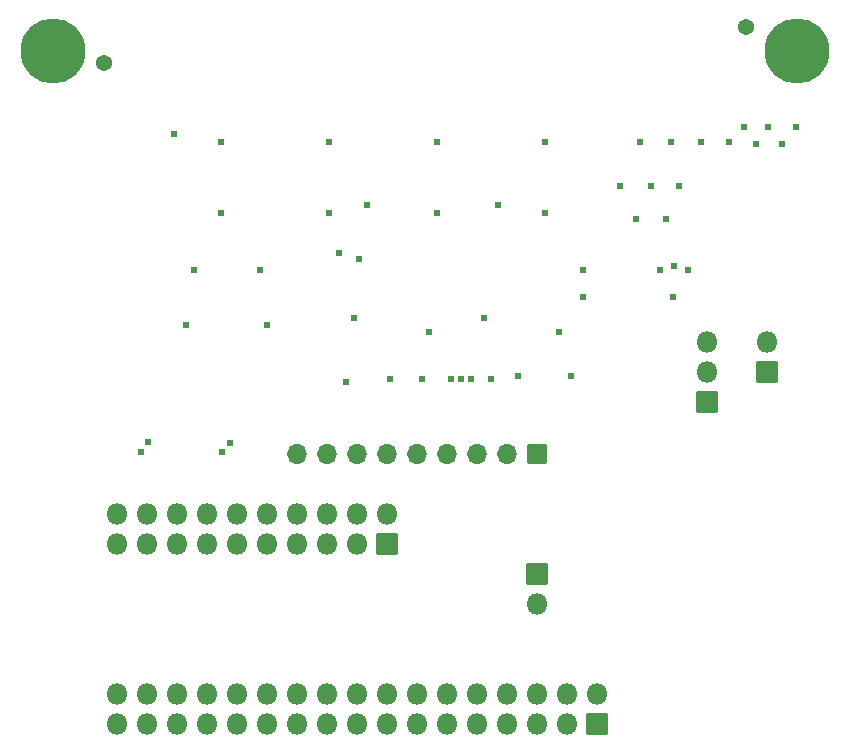
<source format=gbs>
%TF.GenerationSoftware,KiCad,Pcbnew,7.0.8*%
%TF.CreationDate,2024-07-21T17:29:17-05:00*%
%TF.ProjectId,esdi_fmc,65736469-5f66-46d6-932e-6b696361645f,rev?*%
%TF.SameCoordinates,Original*%
%TF.FileFunction,Soldermask,Bot*%
%TF.FilePolarity,Negative*%
%FSLAX46Y46*%
G04 Gerber Fmt 4.6, Leading zero omitted, Abs format (unit mm)*
G04 Created by KiCad (PCBNEW 7.0.8) date 2024-07-21 17:29:17*
%MOMM*%
%LPD*%
G01*
G04 APERTURE LIST*
G04 Aperture macros list*
%AMRoundRect*
0 Rectangle with rounded corners*
0 $1 Rounding radius*
0 $2 $3 $4 $5 $6 $7 $8 $9 X,Y pos of 4 corners*
0 Add a 4 corners polygon primitive as box body*
4,1,4,$2,$3,$4,$5,$6,$7,$8,$9,$2,$3,0*
0 Add four circle primitives for the rounded corners*
1,1,$1+$1,$2,$3*
1,1,$1+$1,$4,$5*
1,1,$1+$1,$6,$7*
1,1,$1+$1,$8,$9*
0 Add four rect primitives between the rounded corners*
20,1,$1+$1,$2,$3,$4,$5,0*
20,1,$1+$1,$4,$5,$6,$7,0*
20,1,$1+$1,$6,$7,$8,$9,0*
20,1,$1+$1,$8,$9,$2,$3,0*%
G04 Aperture macros list end*
%ADD10RoundRect,0.050800X0.850000X0.850000X-0.850000X0.850000X-0.850000X-0.850000X0.850000X-0.850000X0*%
%ADD11O,1.801600X1.801600*%
%ADD12RoundRect,0.050800X0.800000X0.800000X-0.800000X0.800000X-0.800000X-0.800000X0.800000X-0.800000X0*%
%ADD13O,1.701600X1.701600*%
%ADD14C,1.371600*%
%ADD15RoundRect,0.050800X0.850000X-0.850000X0.850000X0.850000X-0.850000X0.850000X-0.850000X-0.850000X0*%
%ADD16C,0.609600*%
%ADD17C,5.501600*%
G04 APERTURE END LIST*
D10*
%TO.C,JP1*%
X109220000Y-91440000D03*
D11*
X109220000Y-88900000D03*
X109220000Y-86360000D03*
%TD*%
D12*
%TO.C,RN1*%
X94834300Y-95895000D03*
D13*
X92294300Y-95895000D03*
X89754300Y-95895000D03*
X87214300Y-95895000D03*
X84674300Y-95895000D03*
X82134300Y-95895000D03*
X79594300Y-95895000D03*
X77054300Y-95895000D03*
X74514300Y-95895000D03*
%TD*%
D14*
%TO.C,J1*%
X58118600Y-62748000D03*
X112500000Y-59700000D03*
%TD*%
D10*
%TO.C,JP3*%
X114300000Y-88900000D03*
D11*
X114300000Y-86360000D03*
%TD*%
D15*
%TO.C,J3*%
X82134300Y-103515000D03*
D11*
X82134300Y-100975000D03*
X79594300Y-103515000D03*
X79594300Y-100975000D03*
X77054300Y-103515000D03*
X77054300Y-100975000D03*
X74514300Y-103515000D03*
X74514300Y-100975000D03*
X71974300Y-103515000D03*
X71974300Y-100975000D03*
X69434300Y-103515000D03*
X69434300Y-100975000D03*
X66894300Y-103515000D03*
X66894300Y-100975000D03*
X64354300Y-103515000D03*
X64354300Y-100975000D03*
X61814300Y-103515000D03*
X61814300Y-100975000D03*
X59274300Y-103515000D03*
X59274300Y-100975000D03*
%TD*%
D15*
%TO.C,J2*%
X99914300Y-118755000D03*
D11*
X99914300Y-116215000D03*
X97374300Y-118755000D03*
X97374300Y-116215000D03*
X94834300Y-118755000D03*
X94834300Y-116215000D03*
X92294300Y-118755000D03*
X92294300Y-116215000D03*
X89754300Y-118755000D03*
X89754300Y-116215000D03*
X87214300Y-118755000D03*
X87214300Y-116215000D03*
X84674300Y-118755000D03*
X84674300Y-116215000D03*
X82134300Y-118755000D03*
X82134300Y-116215000D03*
X79594300Y-118755000D03*
X79594300Y-116215000D03*
X77054300Y-118755000D03*
X77054300Y-116215000D03*
X74514300Y-118755000D03*
X74514300Y-116215000D03*
X71974300Y-118755000D03*
X71974300Y-116215000D03*
X69434300Y-118755000D03*
X69434300Y-116215000D03*
X66894300Y-118755000D03*
X66894300Y-116215000D03*
X64354300Y-118755000D03*
X64354300Y-116215000D03*
X61814300Y-118755000D03*
X61814300Y-116215000D03*
X59274300Y-118755000D03*
X59274300Y-116215000D03*
%TD*%
D10*
%TO.C,JP2*%
X94834300Y-106055000D03*
D11*
X94834300Y-108595000D03*
%TD*%
D16*
X80391000Y-74777600D03*
X105689400Y-75946000D03*
X98704400Y-80264000D03*
X91516200Y-74777600D03*
X106807000Y-73177400D03*
X105257600Y-80264000D03*
X103225600Y-75946000D03*
D17*
X116800000Y-61700000D03*
D16*
X101828600Y-73177400D03*
X106349800Y-82575400D03*
X107594400Y-80264000D03*
X90347800Y-84302600D03*
X79273400Y-84302600D03*
X104444800Y-73177400D03*
D17*
X53800000Y-61700000D03*
D16*
X98704400Y-82524600D03*
X108686600Y-69469000D03*
X77216000Y-75488800D03*
X86334600Y-75488800D03*
X85623400Y-85496400D03*
X71374000Y-80264000D03*
X114376200Y-68148200D03*
X103530400Y-69469000D03*
X112369600Y-68148200D03*
X111048800Y-69469000D03*
X116713000Y-68148200D03*
X113334800Y-69570600D03*
X96697800Y-85496400D03*
X106121200Y-69469000D03*
X95504000Y-75488800D03*
X106400600Y-79908400D03*
X68021200Y-75488800D03*
X65786000Y-80264000D03*
X115544600Y-69570600D03*
X95478600Y-69469000D03*
X86334600Y-69469000D03*
X64058800Y-68732400D03*
X77216000Y-69469000D03*
X68021200Y-69469000D03*
X97653700Y-89265600D03*
X93208700Y-89265600D03*
X90897300Y-89468800D03*
X89246300Y-89494200D03*
X88382700Y-89494200D03*
X87519100Y-89494200D03*
X85055300Y-89494200D03*
X82388300Y-89494200D03*
X78603700Y-89722800D03*
X68164300Y-95666400D03*
X68773900Y-94904400D03*
X61306300Y-95666400D03*
X61865100Y-94879000D03*
X65116300Y-84973000D03*
X78070300Y-78826200D03*
X71974300Y-84973000D03*
X79746700Y-79334200D03*
M02*

</source>
